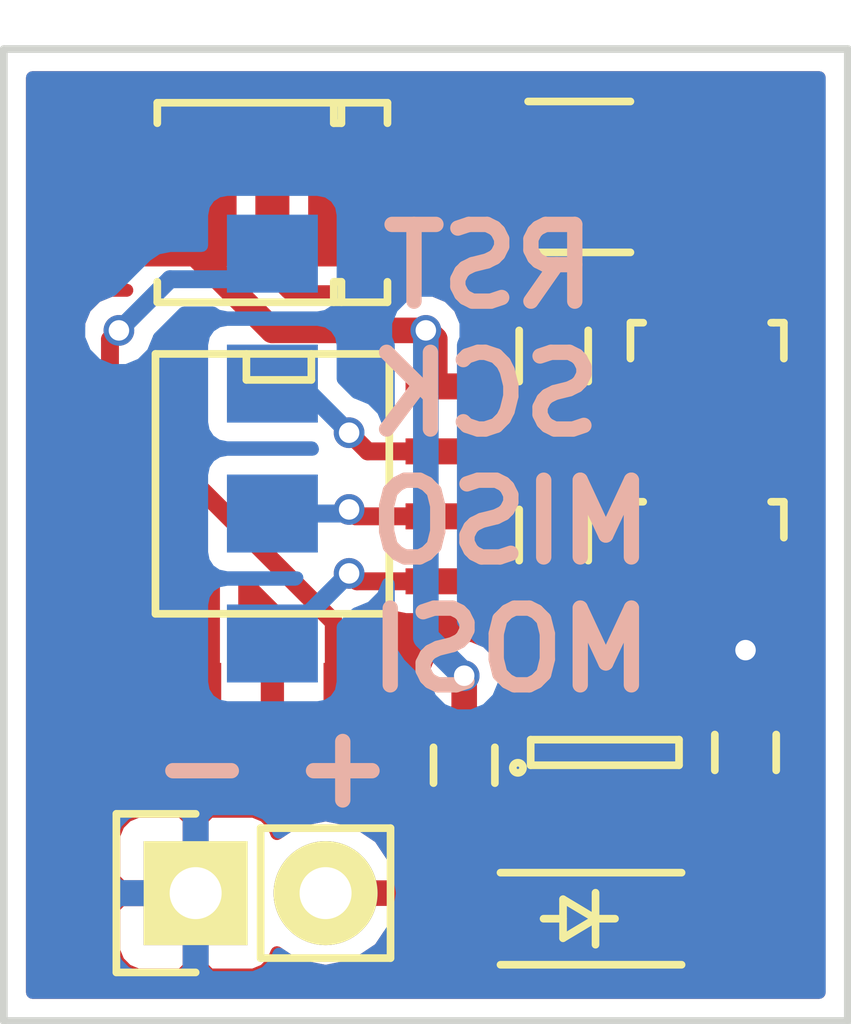
<source format=kicad_pcb>
(kicad_pcb (version 4) (host pcbnew 4.0.1-stable)

  (general
    (links 26)
    (no_connects 0)
    (area 96.427381 98.875 117.375 122.503571)
    (thickness 1.6)
    (drawings 10)
    (tracks 78)
    (zones 0)
    (modules 14)
    (nets 17)
  )

  (page A4)
  (layers
    (0 F.Cu signal hide)
    (31 B.Cu signal)
    (32 B.Adhes user)
    (33 F.Adhes user)
    (34 B.Paste user)
    (35 F.Paste user)
    (36 B.SilkS user)
    (37 F.SilkS user)
    (38 B.Mask user)
    (39 F.Mask user)
    (40 Dwgs.User user)
    (41 Cmts.User user)
    (42 Eco1.User user)
    (43 Eco2.User user)
    (44 Edge.Cuts user)
    (45 Margin user)
    (46 B.CrtYd user)
    (47 F.CrtYd user)
    (48 B.Fab user)
    (49 F.Fab user)
  )

  (setup
    (last_trace_width 0.35)
    (trace_clearance 0.2)
    (zone_clearance 0.358)
    (zone_45_only no)
    (trace_min 0.2)
    (segment_width 0.2)
    (edge_width 0.15)
    (via_size 0.6)
    (via_drill 0.4)
    (via_min_size 0.4)
    (via_min_drill 0.3)
    (uvia_size 0.3)
    (uvia_drill 0.1)
    (uvias_allowed no)
    (uvia_min_size 0.2)
    (uvia_min_drill 0.1)
    (pcb_text_width 0.3)
    (pcb_text_size 1.5 1.5)
    (mod_edge_width 0.15)
    (mod_text_size 1 1)
    (mod_text_width 0.15)
    (pad_size 1.524 1.524)
    (pad_drill 0.762)
    (pad_to_mask_clearance 0.2)
    (aux_axis_origin 0 0)
    (visible_elements 7FFEFFFF)
    (pcbplotparams
      (layerselection 0x00030_80000001)
      (usegerberextensions false)
      (excludeedgelayer true)
      (linewidth 0.100000)
      (plotframeref false)
      (viasonmask false)
      (mode 1)
      (useauxorigin false)
      (hpglpennumber 1)
      (hpglpenspeed 20)
      (hpglpendiameter 15)
      (hpglpenoverlay 2)
      (psnegative false)
      (psa4output false)
      (plotreference true)
      (plotvalue true)
      (plotinvisibletext false)
      (padsonsilk false)
      (subtractmaskfromsilk false)
      (outputformat 1)
      (mirror false)
      (drillshape 1)
      (scaleselection 1)
      (outputdirectory ""))
  )

  (net 0 "")
  (net 1 +5V)
  (net 2 "Net-(D1-Pad1)")
  (net 3 PB2)
  (net 4 PB1)
  (net 5 GND)
  (net 6 "Net-(IC1-Pad3)")
  (net 7 "Net-(IC1-Pad2)")
  (net 8 "Net-(Q1-Pad1)")
  (net 9 "Net-(Q1-Pad2)")
  (net 10 "Net-(Q1-Pad3)")
  (net 11 "Net-(Q2-Pad1)")
  (net 12 "Net-(D2-Pad2)")
  (net 13 "Net-(C1-Pad1)")
  (net 14 PB0)
  (net 15 PB5)
  (net 16 "Net-(U1-Pad4)")

  (net_class Default "This is the default net class."
    (clearance 0.2)
    (trace_width 0.35)
    (via_dia 0.6)
    (via_drill 0.4)
    (uvia_dia 0.3)
    (uvia_drill 0.1)
    (add_net GND)
    (add_net "Net-(IC1-Pad2)")
    (add_net "Net-(IC1-Pad3)")
    (add_net "Net-(Q1-Pad1)")
    (add_net "Net-(Q2-Pad1)")
    (add_net "Net-(U1-Pad4)")
    (add_net PB0)
    (add_net PB1)
    (add_net PB2)
    (add_net PB5)
  )

  (net_class 5v ""
    (clearance 0.2)
    (trace_width 0.5)
    (via_dia 0.6)
    (via_drill 0.4)
    (uvia_dia 0.3)
    (uvia_drill 0.1)
    (add_net +5V)
  )

  (net_class d ""
    (clearance 0.2)
    (trace_width 0.5)
    (via_dia 0.6)
    (via_drill 0.4)
    (uvia_dia 0.3)
    (uvia_drill 0.1)
    (add_net "Net-(C1-Pad1)")
    (add_net "Net-(D2-Pad2)")
    (add_net "Net-(Q1-Pad2)")
  )

  (net_class e ""
    (clearance 0.2)
    (trace_width 0.75)
    (via_dia 0.6)
    (via_drill 0.4)
    (uvia_dia 0.3)
    (uvia_drill 0.1)
    (add_net "Net-(D1-Pad1)")
    (add_net "Net-(Q1-Pad3)")
  )

  (net_class gndplane ""
    (clearance 0.1)
    (trace_width 0.25)
    (via_dia 0.6)
    (via_drill 0.4)
    (uvia_dia 0.3)
    (uvia_drill 0.1)
  )

  (module Diodes_SMD:DO-214BA (layer F.Cu) (tedit 5776A862) (tstamp 57769011)
    (at 105.25 103 180)
    (descr "Microsemi LSM115J")
    (tags "DO-214BA diode")
    (path /57767E62)
    (attr smd)
    (fp_text reference D1 (at 0 2 180) (layer F.SilkS) hide
      (effects (font (size 1 1) (thickness 0.15)))
    )
    (fp_text value LED (at 0 3 180) (layer F.Fab)
      (effects (font (size 1 1) (thickness 0.15)))
    )
    (fp_line (start -3 -2.25) (end 3 -2.25) (layer F.CrtYd) (width 0.05))
    (fp_line (start 3 -2.25) (end 3 2.25) (layer F.CrtYd) (width 0.05))
    (fp_line (start 3 2.25) (end -3 2.25) (layer F.CrtYd) (width 0.05))
    (fp_line (start -3 2.25) (end -3 -2.25) (layer F.CrtYd) (width 0.05))
    (fp_line (start -2.25 -1.95) (end -2.25 -1.55) (layer F.SilkS) (width 0.15))
    (fp_line (start -2.25 1.95) (end -2.25 1.55) (layer F.SilkS) (width 0.15))
    (fp_line (start 2.25 1.95) (end 2.25 1.55) (layer F.SilkS) (width 0.15))
    (fp_line (start 2.25 -1.95) (end 2.25 -1.55) (layer F.SilkS) (width 0.15))
    (fp_line (start -1.35 1.95) (end -1.35 1.55) (layer F.SilkS) (width 0.15))
    (fp_line (start -1.35 1.55) (end -1.2 1.55) (layer F.SilkS) (width 0.15))
    (fp_line (start -1.2 1.55) (end -1.2 1.95) (layer F.SilkS) (width 0.15))
    (fp_line (start -1.35 -1.95) (end -1.35 -1.55) (layer F.SilkS) (width 0.15))
    (fp_line (start -1.35 -1.55) (end -1.2 -1.55) (layer F.SilkS) (width 0.15))
    (fp_line (start -1.2 -1.55) (end -1.2 -1.95) (layer F.SilkS) (width 0.15))
    (fp_line (start -2.25 -1.95) (end 2.25 -1.95) (layer F.SilkS) (width 0.15))
    (fp_line (start 2.25 1.95) (end -2.25 1.95) (layer F.SilkS) (width 0.15))
    (pad 2 smd rect (at 1.7 0 180) (size 2 2.5) (layers F.Cu F.Paste F.Mask)
      (net 1 +5V))
    (pad 1 smd rect (at -1.7 0 180) (size 2 2.5) (layers F.Cu F.Paste F.Mask)
      (net 2 "Net-(D1-Pad1)"))
  )

  (module SMD_Packages:SOIC-8-N (layer F.Cu) (tedit 578DD95D) (tstamp 5776901D)
    (at 105.25 108.5 270)
    (descr "Module Narrow CMS SOJ 8 pins large")
    (tags "CMS SOJ")
    (path /57767CFC)
    (attr smd)
    (fp_text reference IC1 (at -3 0 360) (layer F.SilkS) hide
      (effects (font (size 1 1) (thickness 0.15)))
    )
    (fp_text value ATTINY85-S (at 0 1.27 270) (layer F.Fab)
      (effects (font (size 1 1) (thickness 0.15)))
    )
    (fp_line (start -2.54 -2.286) (end 2.54 -2.286) (layer F.SilkS) (width 0.15))
    (fp_line (start 2.54 -2.286) (end 2.54 2.286) (layer F.SilkS) (width 0.15))
    (fp_line (start 2.54 2.286) (end -2.54 2.286) (layer F.SilkS) (width 0.15))
    (fp_line (start -2.54 2.286) (end -2.54 -2.286) (layer F.SilkS) (width 0.15))
    (fp_line (start -2.54 -0.762) (end -2.032 -0.762) (layer F.SilkS) (width 0.15))
    (fp_line (start -2.032 -0.762) (end -2.032 0.508) (layer F.SilkS) (width 0.15))
    (fp_line (start -2.032 0.508) (end -2.54 0.508) (layer F.SilkS) (width 0.15))
    (pad 8 smd rect (at -1.905 -3.175 270) (size 0.508 1.143) (layers F.Cu F.Paste F.Mask)
      (net 1 +5V))
    (pad 7 smd rect (at -0.635 -3.175 270) (size 0.508 1.143) (layers F.Cu F.Paste F.Mask)
      (net 3 PB2))
    (pad 6 smd rect (at 0.635 -3.175 270) (size 0.508 1.143) (layers F.Cu F.Paste F.Mask)
      (net 4 PB1))
    (pad 5 smd rect (at 1.905 -3.175 270) (size 0.508 1.143) (layers F.Cu F.Paste F.Mask)
      (net 14 PB0))
    (pad 4 smd rect (at 1.905 3.175 270) (size 0.508 1.143) (layers F.Cu F.Paste F.Mask)
      (net 5 GND))
    (pad 3 smd rect (at 0.635 3.175 270) (size 0.508 1.143) (layers F.Cu F.Paste F.Mask)
      (net 6 "Net-(IC1-Pad3)"))
    (pad 2 smd rect (at -0.635 3.175 270) (size 0.508 1.143) (layers F.Cu F.Paste F.Mask)
      (net 7 "Net-(IC1-Pad2)"))
    (pad 1 smd rect (at -1.905 3.175 270) (size 0.508 1.143) (layers F.Cu F.Paste F.Mask)
      (net 15 PB5))
    (model SMD_Packages.3dshapes/SOIC-8-N.wrl
      (at (xyz 0 0 0))
      (scale (xyz 0.5 0.38 0.5))
      (rotate (xyz 0 0 0))
    )
  )

  (module TO_SOT_Packages_SMD:SOT-23 (layer F.Cu) (tedit 5776A882) (tstamp 57769024)
    (at 113.75 106)
    (descr "SOT-23, Standard")
    (tags SOT-23)
    (path /57767EE5)
    (attr smd)
    (fp_text reference Q1 (at 2 -1) (layer F.SilkS) hide
      (effects (font (size 1 1) (thickness 0.15)))
    )
    (fp_text value BSS138 (at 0 0) (layer F.Fab)
      (effects (font (size 1 1) (thickness 0.15)))
    )
    (fp_line (start -1.65 -1.6) (end 1.65 -1.6) (layer F.CrtYd) (width 0.05))
    (fp_line (start 1.65 -1.6) (end 1.65 1.6) (layer F.CrtYd) (width 0.05))
    (fp_line (start 1.65 1.6) (end -1.65 1.6) (layer F.CrtYd) (width 0.05))
    (fp_line (start -1.65 1.6) (end -1.65 -1.6) (layer F.CrtYd) (width 0.05))
    (fp_line (start 1.29916 -0.65024) (end 1.2509 -0.65024) (layer F.SilkS) (width 0.15))
    (fp_line (start -1.49982 0.0508) (end -1.49982 -0.65024) (layer F.SilkS) (width 0.15))
    (fp_line (start -1.49982 -0.65024) (end -1.2509 -0.65024) (layer F.SilkS) (width 0.15))
    (fp_line (start 1.29916 -0.65024) (end 1.49982 -0.65024) (layer F.SilkS) (width 0.15))
    (fp_line (start 1.49982 -0.65024) (end 1.49982 0.0508) (layer F.SilkS) (width 0.15))
    (pad 1 smd rect (at -0.95 1.00076) (size 0.8001 0.8001) (layers F.Cu F.Paste F.Mask)
      (net 8 "Net-(Q1-Pad1)"))
    (pad 2 smd rect (at 0.95 1.00076) (size 0.8001 0.8001) (layers F.Cu F.Paste F.Mask)
      (net 9 "Net-(Q1-Pad2)"))
    (pad 3 smd rect (at 0 -0.99822) (size 0.8001 0.8001) (layers F.Cu F.Paste F.Mask)
      (net 10 "Net-(Q1-Pad3)"))
    (model TO_SOT_Packages_SMD.3dshapes/SOT-23.wrl
      (at (xyz 0 0 0))
      (scale (xyz 1 1 1))
      (rotate (xyz 0 0 0))
    )
  )

  (module TO_SOT_Packages_SMD:SOT-23 (layer F.Cu) (tedit 5776A88B) (tstamp 5776902B)
    (at 113.75 109.5)
    (descr "SOT-23, Standard")
    (tags SOT-23)
    (path /57767F40)
    (attr smd)
    (fp_text reference Q2 (at 2 -0.5) (layer F.SilkS) hide
      (effects (font (size 1 1) (thickness 0.15)))
    )
    (fp_text value BSS138 (at 0 0) (layer F.Fab)
      (effects (font (size 1 1) (thickness 0.15)))
    )
    (fp_line (start -1.65 -1.6) (end 1.65 -1.6) (layer F.CrtYd) (width 0.05))
    (fp_line (start 1.65 -1.6) (end 1.65 1.6) (layer F.CrtYd) (width 0.05))
    (fp_line (start 1.65 1.6) (end -1.65 1.6) (layer F.CrtYd) (width 0.05))
    (fp_line (start -1.65 1.6) (end -1.65 -1.6) (layer F.CrtYd) (width 0.05))
    (fp_line (start 1.29916 -0.65024) (end 1.2509 -0.65024) (layer F.SilkS) (width 0.15))
    (fp_line (start -1.49982 0.0508) (end -1.49982 -0.65024) (layer F.SilkS) (width 0.15))
    (fp_line (start -1.49982 -0.65024) (end -1.2509 -0.65024) (layer F.SilkS) (width 0.15))
    (fp_line (start 1.29916 -0.65024) (end 1.49982 -0.65024) (layer F.SilkS) (width 0.15))
    (fp_line (start 1.49982 -0.65024) (end 1.49982 0.0508) (layer F.SilkS) (width 0.15))
    (pad 1 smd rect (at -0.95 1.00076) (size 0.8001 0.8001) (layers F.Cu F.Paste F.Mask)
      (net 11 "Net-(Q2-Pad1)"))
    (pad 2 smd rect (at 0.95 1.00076) (size 0.8001 0.8001) (layers F.Cu F.Paste F.Mask)
      (net 5 GND))
    (pad 3 smd rect (at 0 -0.99822) (size 0.8001 0.8001) (layers F.Cu F.Paste F.Mask)
      (net 9 "Net-(Q1-Pad2)"))
    (model TO_SOT_Packages_SMD.3dshapes/SOT-23.wrl
      (at (xyz 0 0 0))
      (scale (xyz 1 1 1))
      (rotate (xyz 0 0 0))
    )
  )

  (module Resistors_SMD:R_0603 (layer F.Cu) (tedit 578DD951) (tstamp 57769031)
    (at 110.75 106 270)
    (descr "Resistor SMD 0603, reflow soldering, Vishay (see dcrcw.pdf)")
    (tags "resistor 0603")
    (path /57768A5B)
    (attr smd)
    (fp_text reference R1 (at 0 -1 270) (layer F.SilkS) hide
      (effects (font (size 1 1) (thickness 0.15)))
    )
    (fp_text value R (at -1 3 270) (layer F.Fab)
      (effects (font (size 1 1) (thickness 0.15)))
    )
    (fp_line (start -1.3 -0.8) (end 1.3 -0.8) (layer F.CrtYd) (width 0.05))
    (fp_line (start -1.3 0.8) (end 1.3 0.8) (layer F.CrtYd) (width 0.05))
    (fp_line (start -1.3 -0.8) (end -1.3 0.8) (layer F.CrtYd) (width 0.05))
    (fp_line (start 1.3 -0.8) (end 1.3 0.8) (layer F.CrtYd) (width 0.05))
    (fp_line (start 0.5 0.675) (end -0.5 0.675) (layer F.SilkS) (width 0.15))
    (fp_line (start -0.5 -0.675) (end 0.5 -0.675) (layer F.SilkS) (width 0.15))
    (pad 1 smd rect (at -0.75 0 270) (size 0.5 0.9) (layers F.Cu F.Paste F.Mask)
      (net 8 "Net-(Q1-Pad1)"))
    (pad 2 smd rect (at 0.75 0 270) (size 0.5 0.9) (layers F.Cu F.Paste F.Mask)
      (net 3 PB2))
    (model Resistors_SMD.3dshapes/R_0603.wrl
      (at (xyz 0 0 0))
      (scale (xyz 1 1 1))
      (rotate (xyz 0 0 0))
    )
  )

  (module Resistors_SMD:R_0603 (layer F.Cu) (tedit 5776A892) (tstamp 57769037)
    (at 110.75 109.5 90)
    (descr "Resistor SMD 0603, reflow soldering, Vishay (see dcrcw.pdf)")
    (tags "resistor 0603")
    (path /57768AA8)
    (attr smd)
    (fp_text reference R2 (at 0 1 90) (layer F.SilkS) hide
      (effects (font (size 1 1) (thickness 0.15)))
    )
    (fp_text value R (at 0 0 90) (layer F.Fab)
      (effects (font (size 1 1) (thickness 0.15)))
    )
    (fp_line (start -1.3 -0.8) (end 1.3 -0.8) (layer F.CrtYd) (width 0.05))
    (fp_line (start -1.3 0.8) (end 1.3 0.8) (layer F.CrtYd) (width 0.05))
    (fp_line (start -1.3 -0.8) (end -1.3 0.8) (layer F.CrtYd) (width 0.05))
    (fp_line (start 1.3 -0.8) (end 1.3 0.8) (layer F.CrtYd) (width 0.05))
    (fp_line (start 0.5 0.675) (end -0.5 0.675) (layer F.SilkS) (width 0.15))
    (fp_line (start -0.5 -0.675) (end 0.5 -0.675) (layer F.SilkS) (width 0.15))
    (pad 1 smd rect (at -0.75 0 90) (size 0.5 0.9) (layers F.Cu F.Paste F.Mask)
      (net 4 PB1))
    (pad 2 smd rect (at 0.75 0 90) (size 0.5 0.9) (layers F.Cu F.Paste F.Mask)
      (net 11 "Net-(Q2-Pad1)"))
    (model Resistors_SMD.3dshapes/R_0603.wrl
      (at (xyz 0 0 0))
      (scale (xyz 1 1 1))
      (rotate (xyz 0 0 0))
    )
  )

  (module Resistors_SMD:R_1210 (layer F.Cu) (tedit 5776A872) (tstamp 5776903D)
    (at 111.25 102.5)
    (descr "Resistor SMD 1210, reflow soldering, Vishay (see dcrcw.pdf)")
    (tags "resistor 1210")
    (path /57767FD1)
    (attr smd)
    (fp_text reference R3 (at 0 0) (layer F.SilkS) hide
      (effects (font (size 1 1) (thickness 0.15)))
    )
    (fp_text value R (at -1 3) (layer F.Fab)
      (effects (font (size 1 1) (thickness 0.15)))
    )
    (fp_line (start -2.2 -1.6) (end 2.2 -1.6) (layer F.CrtYd) (width 0.05))
    (fp_line (start -2.2 1.6) (end 2.2 1.6) (layer F.CrtYd) (width 0.05))
    (fp_line (start -2.2 -1.6) (end -2.2 1.6) (layer F.CrtYd) (width 0.05))
    (fp_line (start 2.2 -1.6) (end 2.2 1.6) (layer F.CrtYd) (width 0.05))
    (fp_line (start 1 1.475) (end -1 1.475) (layer F.SilkS) (width 0.15))
    (fp_line (start -1 -1.475) (end 1 -1.475) (layer F.SilkS) (width 0.15))
    (pad 1 smd rect (at -1.45 0) (size 0.9 2.5) (layers F.Cu F.Paste F.Mask)
      (net 2 "Net-(D1-Pad1)"))
    (pad 2 smd rect (at 1.45 0) (size 0.9 2.5) (layers F.Cu F.Paste F.Mask)
      (net 10 "Net-(Q1-Pad3)"))
    (model Resistors_SMD.3dshapes/R_1210.wrl
      (at (xyz 0 0 0))
      (scale (xyz 1 1 1))
      (rotate (xyz 0 0 0))
    )
  )

  (module myResonatorLib:myResonator (layer F.Cu) (tedit 5776A8A7) (tstamp 57769044)
    (at 105.25 113 180)
    (path /57768644)
    (fp_text reference X1 (at 2.5 0 180) (layer F.SilkS) hide
      (effects (font (size 1 1) (thickness 0.15)))
    )
    (fp_text value CRYSTAL_SMD (at 3.5 -1.5 180) (layer F.Fab)
      (effects (font (size 1 1) (thickness 0.15)))
    )
    (pad 2 smd rect (at 1.2 0 180) (size 0.4 2) (layers F.Cu F.Paste F.Mask)
      (net 6 "Net-(IC1-Pad3)"))
    (pad 3 smd rect (at 0 0 180) (size 0.4 2) (layers F.Cu F.Paste F.Mask)
      (net 5 GND))
    (pad 1 smd rect (at -1.2 0 180) (size 0.4 2) (layers F.Cu F.Paste F.Mask)
      (net 7 "Net-(IC1-Pad2)"))
  )

  (module Diodes_SMD:SOD-123 (layer F.Cu) (tedit 578DD92F) (tstamp 57769B37)
    (at 111.25 117 180)
    (descr SOD-123)
    (tags SOD-123)
    (path /57769488)
    (attr smd)
    (fp_text reference D2 (at -3.25 0 180) (layer F.SilkS) hide
      (effects (font (size 1 1) (thickness 0.15)))
    )
    (fp_text value D (at 0 0 180) (layer F.Fab)
      (effects (font (size 1 1) (thickness 0.15)))
    )
    (fp_line (start 0.3175 0) (end 0.6985 0) (layer F.SilkS) (width 0.15))
    (fp_line (start -0.6985 0) (end -0.3175 0) (layer F.SilkS) (width 0.15))
    (fp_line (start -0.3175 0) (end 0.3175 -0.381) (layer F.SilkS) (width 0.15))
    (fp_line (start 0.3175 -0.381) (end 0.3175 0.381) (layer F.SilkS) (width 0.15))
    (fp_line (start 0.3175 0.381) (end -0.3175 0) (layer F.SilkS) (width 0.15))
    (fp_line (start -0.3175 -0.508) (end -0.3175 0.508) (layer F.SilkS) (width 0.15))
    (fp_line (start -2.25 -1.05) (end 2.25 -1.05) (layer F.CrtYd) (width 0.05))
    (fp_line (start 2.25 -1.05) (end 2.25 1.05) (layer F.CrtYd) (width 0.05))
    (fp_line (start 2.25 1.05) (end -2.25 1.05) (layer F.CrtYd) (width 0.05))
    (fp_line (start -2.25 -1.05) (end -2.25 1.05) (layer F.CrtYd) (width 0.05))
    (fp_line (start -2 0.9) (end 1.54 0.9) (layer F.SilkS) (width 0.15))
    (fp_line (start -2 -0.9) (end 1.54 -0.9) (layer F.SilkS) (width 0.15))
    (pad 1 smd rect (at -1.635 0 180) (size 0.91 1.22) (layers F.Cu F.Paste F.Mask)
      (net 13 "Net-(C1-Pad1)"))
    (pad 2 smd rect (at 1.635 0 180) (size 0.91 1.22) (layers F.Cu F.Paste F.Mask)
      (net 12 "Net-(D2-Pad2)"))
  )

  (module Pin_Headers:Pin_Header_Straight_1x02 (layer F.Cu) (tedit 578DD92A) (tstamp 57769B3D)
    (at 103.75 116.5 90)
    (descr "Through hole pin header")
    (tags "pin header")
    (path /5776943D)
    (fp_text reference P1 (at 0 -2.5 180) (layer F.SilkS) hide
      (effects (font (size 1 1) (thickness 0.15)))
    )
    (fp_text value CONN_01X02 (at 2 3.5 180) (layer F.Fab)
      (effects (font (size 1 1) (thickness 0.15)))
    )
    (fp_line (start 1.27 1.27) (end 1.27 3.81) (layer F.SilkS) (width 0.15))
    (fp_line (start 1.55 -1.55) (end 1.55 0) (layer F.SilkS) (width 0.15))
    (fp_line (start -1.75 -1.75) (end -1.75 4.3) (layer F.CrtYd) (width 0.05))
    (fp_line (start 1.75 -1.75) (end 1.75 4.3) (layer F.CrtYd) (width 0.05))
    (fp_line (start -1.75 -1.75) (end 1.75 -1.75) (layer F.CrtYd) (width 0.05))
    (fp_line (start -1.75 4.3) (end 1.75 4.3) (layer F.CrtYd) (width 0.05))
    (fp_line (start 1.27 1.27) (end -1.27 1.27) (layer F.SilkS) (width 0.15))
    (fp_line (start -1.55 0) (end -1.55 -1.55) (layer F.SilkS) (width 0.15))
    (fp_line (start -1.55 -1.55) (end 1.55 -1.55) (layer F.SilkS) (width 0.15))
    (fp_line (start -1.27 1.27) (end -1.27 3.81) (layer F.SilkS) (width 0.15))
    (fp_line (start -1.27 3.81) (end 1.27 3.81) (layer F.SilkS) (width 0.15))
    (pad 1 thru_hole rect (at 0 0 90) (size 2.032 2.032) (drill 1.016) (layers *.Cu *.Mask F.SilkS)
      (net 5 GND))
    (pad 2 thru_hole oval (at 0 2.54 90) (size 2.032 2.032) (drill 1.016) (layers *.Cu *.Mask F.SilkS)
      (net 12 "Net-(D2-Pad2)"))
    (model Pin_Headers.3dshapes/Pin_Header_Straight_1x02.wrl
      (at (xyz 0 -0.05 0))
      (scale (xyz 1 1 1))
      (rotate (xyz 0 0 90))
    )
  )

  (module Capacitors_SMD:C_0603 (layer F.Cu) (tedit 578DD935) (tstamp 5776A46C)
    (at 114.5 113.75 90)
    (descr "Capacitor SMD 0603, reflow soldering, AVX (see smccp.pdf)")
    (tags "capacitor 0603")
    (path /5776A425)
    (attr smd)
    (fp_text reference C1 (at -1.75 1.25 90) (layer F.SilkS) hide
      (effects (font (size 1 1) (thickness 0.15)))
    )
    (fp_text value .1u (at 0 1.9 90) (layer F.Fab)
      (effects (font (size 1 1) (thickness 0.15)))
    )
    (fp_line (start -1.45 -0.75) (end 1.45 -0.75) (layer F.CrtYd) (width 0.05))
    (fp_line (start -1.45 0.75) (end 1.45 0.75) (layer F.CrtYd) (width 0.05))
    (fp_line (start -1.45 -0.75) (end -1.45 0.75) (layer F.CrtYd) (width 0.05))
    (fp_line (start 1.45 -0.75) (end 1.45 0.75) (layer F.CrtYd) (width 0.05))
    (fp_line (start -0.35 -0.6) (end 0.35 -0.6) (layer F.SilkS) (width 0.15))
    (fp_line (start 0.35 0.6) (end -0.35 0.6) (layer F.SilkS) (width 0.15))
    (pad 1 smd rect (at -0.75 0 90) (size 0.8 0.75) (layers F.Cu F.Paste F.Mask)
      (net 13 "Net-(C1-Pad1)"))
    (pad 2 smd rect (at 0.75 0 90) (size 0.8 0.75) (layers F.Cu F.Paste F.Mask)
      (net 5 GND))
    (model Capacitors_SMD.3dshapes/C_0603.wrl
      (at (xyz 0 0 0))
      (scale (xyz 1 1 1))
      (rotate (xyz 0 0 0))
    )
  )

  (module Capacitors_SMD:C_0603 (layer F.Cu) (tedit 578DD93C) (tstamp 578DBA26)
    (at 109 114 270)
    (descr "Capacitor SMD 0603, reflow soldering, AVX (see smccp.pdf)")
    (tags "capacitor 0603")
    (path /578DC68D)
    (attr smd)
    (fp_text reference C2 (at -0.25 1.25 270) (layer F.SilkS) hide
      (effects (font (size 1 1) (thickness 0.15)))
    )
    (fp_text value .1u (at 0 1.9 270) (layer F.Fab)
      (effects (font (size 1 1) (thickness 0.15)))
    )
    (fp_line (start -1.45 -0.75) (end 1.45 -0.75) (layer F.CrtYd) (width 0.05))
    (fp_line (start -1.45 0.75) (end 1.45 0.75) (layer F.CrtYd) (width 0.05))
    (fp_line (start -1.45 -0.75) (end -1.45 0.75) (layer F.CrtYd) (width 0.05))
    (fp_line (start 1.45 -0.75) (end 1.45 0.75) (layer F.CrtYd) (width 0.05))
    (fp_line (start -0.35 -0.6) (end 0.35 -0.6) (layer F.SilkS) (width 0.15))
    (fp_line (start 0.35 0.6) (end -0.35 0.6) (layer F.SilkS) (width 0.15))
    (pad 1 smd rect (at -0.75 0 270) (size 0.8 0.75) (layers F.Cu F.Paste F.Mask)
      (net 1 +5V))
    (pad 2 smd rect (at 0.75 0 270) (size 0.8 0.75) (layers F.Cu F.Paste F.Mask)
      (net 5 GND))
    (model Capacitors_SMD.3dshapes/C_0603.wrl
      (at (xyz 0 0 0))
      (scale (xyz 1 1 1))
      (rotate (xyz 0 0 0))
    )
  )

  (module TO_SOT_Packages_SMD:SOT-23-5 (layer F.Cu) (tedit 578DD947) (tstamp 578DBA2F)
    (at 111.75 113.75 90)
    (descr "5-pin SOT23 package")
    (tags SOT-23-5)
    (path /578DBE15)
    (attr smd)
    (fp_text reference U1 (at 2.25 -1 180) (layer F.SilkS) hide
      (effects (font (size 1 1) (thickness 0.15)))
    )
    (fp_text value APE8865Y5-33-HF-3 (at -0.05 2.35 90) (layer F.Fab)
      (effects (font (size 1 1) (thickness 0.15)))
    )
    (fp_line (start -1.8 -1.6) (end 1.8 -1.6) (layer F.CrtYd) (width 0.05))
    (fp_line (start 1.8 -1.6) (end 1.8 1.6) (layer F.CrtYd) (width 0.05))
    (fp_line (start 1.8 1.6) (end -1.8 1.6) (layer F.CrtYd) (width 0.05))
    (fp_line (start -1.8 1.6) (end -1.8 -1.6) (layer F.CrtYd) (width 0.05))
    (fp_circle (center -0.3 -1.7) (end -0.2 -1.7) (layer F.SilkS) (width 0.15))
    (fp_line (start 0.25 -1.45) (end -0.25 -1.45) (layer F.SilkS) (width 0.15))
    (fp_line (start 0.25 1.45) (end 0.25 -1.45) (layer F.SilkS) (width 0.15))
    (fp_line (start -0.25 1.45) (end 0.25 1.45) (layer F.SilkS) (width 0.15))
    (fp_line (start -0.25 -1.45) (end -0.25 1.45) (layer F.SilkS) (width 0.15))
    (pad 1 smd rect (at -1.1 -0.95 90) (size 1.06 0.65) (layers F.Cu F.Paste F.Mask)
      (net 13 "Net-(C1-Pad1)"))
    (pad 2 smd rect (at -1.1 0 90) (size 1.06 0.65) (layers F.Cu F.Paste F.Mask)
      (net 5 GND))
    (pad 3 smd rect (at -1.1 0.95 90) (size 1.06 0.65) (layers F.Cu F.Paste F.Mask)
      (net 13 "Net-(C1-Pad1)"))
    (pad 4 smd rect (at 1.1 0.95 90) (size 1.06 0.65) (layers F.Cu F.Paste F.Mask)
      (net 16 "Net-(U1-Pad4)"))
    (pad 5 smd rect (at 1.1 -0.95 90) (size 1.06 0.65) (layers F.Cu F.Paste F.Mask)
      (net 1 +5V))
    (model TO_SOT_Packages_SMD.3dshapes/SOT-23-5.wrl
      (at (xyz 0 0 0))
      (scale (xyz 1 1 1))
      (rotate (xyz 0 0 0))
    )
  )

  (module myResonatorLib:conn4 (layer B.Cu) (tedit 578DD89E) (tstamp 578DBE99)
    (at 105.25 104 270)
    (path /578DB689)
    (fp_text reference P2 (at 2.5 1.75 270) (layer B.SilkS) hide
      (effects (font (size 1 1) (thickness 0.15)) (justify mirror))
    )
    (fp_text value CONN_01X04 (at 0 0.5 270) (layer B.Fab)
      (effects (font (size 1 1) (thickness 0.15)) (justify mirror))
    )
    (pad 1 smd rect (at 0 0 270) (size 1.524 1.778) (layers B.Cu B.Paste B.Mask)
      (net 15 PB5))
    (pad 2 smd rect (at 2.54 0 270) (size 1.524 1.778) (layers B.Cu B.Paste B.Mask)
      (net 3 PB2))
    (pad 3 smd rect (at 5.08 0 270) (size 1.524 1.778) (layers B.Cu B.Paste B.Mask)
      (net 4 PB1))
    (pad 4 smd rect (at 7.62 0 270) (size 1.524 1.778) (layers B.Cu B.Paste B.Mask)
      (net 14 PB0))
  )

  (gr_text - (at 102.75 114) (layer B.SilkS)
    (effects (font (size 1.5 1.5) (thickness 0.3)) (justify right mirror))
  )
  (gr_text + (at 105.5 114) (layer B.SilkS)
    (effects (font (size 1.5 1.5) (thickness 0.3)) (justify right mirror))
  )
  (gr_text MOSI (at 107 111.75) (layer B.SilkS)
    (effects (font (size 1.5 1.5) (thickness 0.3)) (justify right mirror))
  )
  (gr_text MISO (at 107 109.25) (layer B.SilkS)
    (effects (font (size 1.5 1.5) (thickness 0.3)) (justify right mirror))
  )
  (gr_text SCK (at 107 106.75) (layer B.SilkS)
    (effects (font (size 1.5 1.5) (thickness 0.3)) (justify right mirror))
  )
  (gr_text RST (at 107.25 104.25) (layer B.SilkS)
    (effects (font (size 1.5 1.5) (thickness 0.3)) (justify right mirror))
  )
  (gr_line (start 100 119) (end 100 100) (angle 90) (layer Edge.Cuts) (width 0.15))
  (gr_line (start 116.5 119) (end 100 119) (angle 90) (layer Edge.Cuts) (width 0.15))
  (gr_line (start 116.5 100) (end 116.5 119) (angle 90) (layer Edge.Cuts) (width 0.15))
  (gr_line (start 100 100) (end 116.5 100) (angle 90) (layer Edge.Cuts) (width 0.15))

  (segment (start 108.425 106.595) (end 108.425 105.675) (width 0.5) (layer F.Cu) (net 1) (status 10))
  (segment (start 108.425 105.675) (end 108.25 105.5) (width 0.5) (layer F.Cu) (net 1) (tstamp 578DCDC3))
  (segment (start 109 113.25) (end 109 112.25) (width 0.5) (layer F.Cu) (net 1) (status 10))
  (segment (start 110.8 112.65) (end 110.35 112.65) (width 0.5) (layer F.Cu) (net 1) (status 10))
  (segment (start 109.75 113.25) (end 109 113.25) (width 0.5) (layer F.Cu) (net 1) (tstamp 578DCC43) (status 20))
  (segment (start 110.35 112.65) (end 109.75 113.25) (width 0.5) (layer F.Cu) (net 1) (tstamp 578DCC41))
  (via (at 108.25 105.5) (size 0.6) (drill 0.4) (layers F.Cu B.Cu) (net 1))
  (via (at 109 112.25) (size 0.6) (drill 0.4) (layers F.Cu B.Cu) (net 1))
  (segment (start 109 112.25) (end 108.25 111.5) (width 0.5) (layer B.Cu) (net 1) (tstamp 578DC4A7))
  (segment (start 108.25 111.5) (end 108.25 105.5) (width 0.5) (layer B.Cu) (net 1) (tstamp 578DC4A8))
  (segment (start 105.25 105.5) (end 108.25 105.5) (width 0.5) (layer F.Cu) (net 1) (tstamp 578DC0DD))
  (segment (start 103.55 103.8) (end 105.25 105.5) (width 0.5) (layer F.Cu) (net 1) (tstamp 578DC0D9) (status 10))
  (segment (start 103.55 103) (end 103.55 103.8) (width 0.5) (layer F.Cu) (net 1) (status 30))
  (segment (start 109.8 102.5) (end 107.45 102.5) (width 0.75) (layer F.Cu) (net 2) (status 30))
  (segment (start 107.45 102.5) (end 106.95 103) (width 0.75) (layer F.Cu) (net 2) (tstamp 578DC085) (status 30))
  (segment (start 110.75 106.75) (end 110.5 106.75) (width 0.35) (layer F.Cu) (net 3) (status 30))
  (segment (start 110.5 106.75) (end 109.385 107.865) (width 0.35) (layer F.Cu) (net 3) (tstamp 578DC00F) (status 10))
  (segment (start 109.385 107.865) (end 108.425 107.865) (width 0.35) (layer F.Cu) (net 3) (tstamp 578DC010) (status 20))
  (segment (start 108.425 107.865) (end 107.115 107.865) (width 0.35) (layer F.Cu) (net 3) (status 10))
  (segment (start 106.75 107.5) (end 105.79 106.54) (width 0.35) (layer B.Cu) (net 3) (tstamp 578DBFD1) (status 20))
  (via (at 106.75 107.5) (size 0.6) (drill 0.4) (layers F.Cu B.Cu) (net 3))
  (segment (start 107.115 107.865) (end 106.75 107.5) (width 0.35) (layer F.Cu) (net 3) (tstamp 578DBFCA))
  (segment (start 105.79 106.54) (end 105.25 106.54) (width 0.35) (layer B.Cu) (net 3) (tstamp 578DBFD2) (status 30))
  (segment (start 110.75 110.25) (end 110.5 110.25) (width 0.35) (layer F.Cu) (net 4) (status 30))
  (segment (start 110.5 110.25) (end 109.385 109.135) (width 0.35) (layer F.Cu) (net 4) (tstamp 578DC00A) (status 10))
  (segment (start 109.385 109.135) (end 108.425 109.135) (width 0.35) (layer F.Cu) (net 4) (tstamp 578DC00B) (status 20))
  (segment (start 108.425 109.135) (end 106.885 109.135) (width 0.35) (layer F.Cu) (net 4) (status 10))
  (segment (start 106.67 109.08) (end 105.25 109.08) (width 0.35) (layer B.Cu) (net 4) (tstamp 578DBFC5) (status 20))
  (segment (start 106.75 109) (end 106.67 109.08) (width 0.35) (layer B.Cu) (net 4) (tstamp 578DBFC4))
  (via (at 106.75 109) (size 0.6) (drill 0.4) (layers F.Cu B.Cu) (net 4))
  (segment (start 106.885 109.135) (end 106.75 109) (width 0.35) (layer F.Cu) (net 4) (tstamp 578DBFC0))
  (segment (start 114.5 113) (end 114.5 111.75) (width 0.35) (layer F.Cu) (net 5) (status 10))
  (via (at 114.5 111.75) (size 0.6) (drill 0.4) (layers F.Cu B.Cu) (net 5))
  (segment (start 104.05 112.75) (end 104.05 110.3) (width 0.35) (layer F.Cu) (net 6) (status 10))
  (segment (start 102.885 109.135) (end 102.075 109.135) (width 0.35) (layer F.Cu) (net 6) (tstamp 578DBFB1) (status 20))
  (segment (start 104.05 110.3) (end 102.885 109.135) (width 0.35) (layer F.Cu) (net 6) (tstamp 578DBFB0))
  (segment (start 106.45 112.75) (end 106.45 111.2) (width 0.35) (layer F.Cu) (net 7) (status 10))
  (segment (start 103.115 107.865) (end 102.075 107.865) (width 0.35) (layer F.Cu) (net 7) (tstamp 578DBFB5) (status 20))
  (segment (start 106.45 111.2) (end 103.115 107.865) (width 0.35) (layer F.Cu) (net 7) (tstamp 578DBFB3))
  (segment (start 110.75 105.25) (end 111.75 105.25) (width 0.35) (layer F.Cu) (net 8) (status 10))
  (segment (start 112.8 106.55) (end 112.8 107.00076) (width 0.35) (layer F.Cu) (net 8) (tstamp 578DEBA5) (status 20))
  (segment (start 112.25 106) (end 112.8 106.55) (width 0.35) (layer F.Cu) (net 8) (tstamp 578DEBA3))
  (segment (start 112.25 105.75) (end 112.25 106) (width 0.35) (layer F.Cu) (net 8) (tstamp 578DEBA2))
  (segment (start 111.75 105.25) (end 112.25 105.75) (width 0.35) (layer F.Cu) (net 8) (tstamp 578DEB9C))
  (segment (start 113.75 108.50178) (end 113.75 108.5) (width 0.5) (layer F.Cu) (net 9) (status 30))
  (segment (start 113.75 108.5) (end 114.7 107.55) (width 0.5) (layer F.Cu) (net 9) (tstamp 578DC026) (status 10))
  (segment (start 114.7 107.55) (end 114.7 107.00076) (width 0.5) (layer F.Cu) (net 9) (tstamp 578DC028) (status 20))
  (segment (start 113.75 105.00178) (end 113.75 103.55) (width 0.75) (layer F.Cu) (net 10) (status 10))
  (segment (start 113.75 103.55) (end 112.7 102.5) (width 0.75) (layer F.Cu) (net 10) (tstamp 578DC07F) (status 20))
  (segment (start 110.75 108.75) (end 111.5 108.75) (width 0.35) (layer F.Cu) (net 11) (status 10))
  (segment (start 112.8 110.05) (end 112.8 110.50076) (width 0.35) (layer F.Cu) (net 11) (tstamp 578DC019) (status 20))
  (segment (start 111.5 108.75) (end 112.8 110.05) (width 0.35) (layer F.Cu) (net 11) (tstamp 578DC017))
  (segment (start 106.29 116.5) (end 107.75 116.5) (width 0.5) (layer F.Cu) (net 12) (status 10))
  (segment (start 108.25 117) (end 109.615 117) (width 0.5) (layer F.Cu) (net 12) (tstamp 578DC08F) (status 20))
  (segment (start 107.75 116.5) (end 108.25 117) (width 0.5) (layer F.Cu) (net 12) (tstamp 578DC08D))
  (segment (start 114.5 114.5) (end 114.25 114.5) (width 0.5) (layer F.Cu) (net 13) (status 30))
  (segment (start 114.25 114.5) (end 113.9 114.85) (width 0.5) (layer F.Cu) (net 13) (tstamp 578DEDD8) (status 10))
  (segment (start 113.9 114.85) (end 112.7 114.85) (width 0.5) (layer F.Cu) (net 13) (tstamp 578DEDDB) (status 20))
  (segment (start 110.8 114.85) (end 110.8 114.2) (width 0.5) (layer F.Cu) (net 13) (status 10))
  (segment (start 112.7 114.2) (end 112.7 114.85) (width 0.5) (layer F.Cu) (net 13) (tstamp 578DC4B3) (status 20))
  (segment (start 112.25 113.75) (end 112.7 114.2) (width 0.5) (layer F.Cu) (net 13) (tstamp 578DC4B1))
  (segment (start 111.25 113.75) (end 112.25 113.75) (width 0.5) (layer F.Cu) (net 13) (tstamp 578DC4B0))
  (segment (start 110.8 114.2) (end 111.25 113.75) (width 0.5) (layer F.Cu) (net 13) (tstamp 578DC4AE))
  (segment (start 112.885 117) (end 112.885 115.035) (width 0.5) (layer F.Cu) (net 13) (status 30))
  (segment (start 112.885 115.035) (end 112.7 114.85) (width 0.5) (layer F.Cu) (net 13) (tstamp 578DC4AC) (status 30))
  (segment (start 108.425 110.405) (end 106.905 110.405) (width 0.35) (layer F.Cu) (net 14) (status 10))
  (segment (start 106.75 110.25) (end 105.38 111.62) (width 0.35) (layer B.Cu) (net 14) (tstamp 578DF1C2) (status 20))
  (via (at 106.75 110.25) (size 0.6) (drill 0.4) (layers F.Cu B.Cu) (net 14))
  (segment (start 106.905 110.405) (end 106.75 110.25) (width 0.35) (layer F.Cu) (net 14) (tstamp 578DF1BB))
  (segment (start 105.38 111.62) (end 105.25 111.62) (width 0.35) (layer B.Cu) (net 14) (tstamp 578DF1C3) (status 30))
  (segment (start 105.63 111.62) (end 105.25 111.62) (width 0.35) (layer B.Cu) (net 14) (tstamp 578DBFBB) (status 30))
  (segment (start 102.075 106.595) (end 102.075 105.675) (width 0.35) (layer F.Cu) (net 15) (status 10))
  (segment (start 104.5 104.5) (end 105 104) (width 0.35) (layer B.Cu) (net 15) (tstamp 578DCD46) (status 30))
  (segment (start 103.25 104.5) (end 104.5 104.5) (width 0.35) (layer B.Cu) (net 15) (tstamp 578DCD41) (status 20))
  (segment (start 102.25 105.5) (end 103.25 104.5) (width 0.35) (layer B.Cu) (net 15) (tstamp 578DCD40))
  (via (at 102.25 105.5) (size 0.6) (drill 0.4) (layers F.Cu B.Cu) (net 15))
  (segment (start 102.075 105.675) (end 102.25 105.5) (width 0.35) (layer F.Cu) (net 15) (tstamp 578DCD3A))
  (segment (start 105 104) (end 105.25 104) (width 0.35) (layer B.Cu) (net 15) (tstamp 578DCD4B) (status 30))

  (zone (net 5) (net_name GND) (layer F.Cu) (tstamp 5776A320) (hatch edge 0.508)
    (connect_pads (clearance 0.358))
    (min_thickness 0.254)
    (fill yes (arc_segments 16) (thermal_gap 0.458) (thermal_bridge_width 0.508))
    (polygon
      (pts
        (xy 116.5 119) (xy 100 119) (xy 100 100) (xy 116.5 100) (xy 116.5 119)
      )
    )
    (filled_polygon
      (pts
        (xy 115.94 118.44) (xy 100.56 118.44) (xy 100.56 116.77325) (xy 102.149 116.77325) (xy 102.149 117.632364)
        (xy 102.238061 117.847376) (xy 102.402624 118.011939) (xy 102.617637 118.101) (xy 103.47675 118.101) (xy 103.623 117.95475)
        (xy 103.623 116.627) (xy 102.29525 116.627) (xy 102.149 116.77325) (xy 100.56 116.77325) (xy 100.56 115.367636)
        (xy 102.149 115.367636) (xy 102.149 116.22675) (xy 102.29525 116.373) (xy 103.623 116.373) (xy 103.623 115.04525)
        (xy 103.877 115.04525) (xy 103.877 116.373) (xy 103.897 116.373) (xy 103.897 116.627) (xy 103.877 116.627)
        (xy 103.877 117.95475) (xy 104.02325 118.101) (xy 104.882363 118.101) (xy 105.097376 118.011939) (xy 105.261939 117.847376)
        (xy 105.337967 117.663828) (xy 105.715592 117.916149) (xy 106.29 118.030406) (xy 106.864408 117.916149) (xy 107.351367 117.590773)
        (xy 107.531596 117.321042) (xy 107.730277 117.519724) (xy 107.898856 117.632364) (xy 107.968728 117.679051) (xy 108.25 117.735)
        (xy 108.68902 117.735) (xy 108.699318 117.78973) (xy 108.805538 117.954801) (xy 108.967611 118.065541) (xy 109.16 118.104501)
        (xy 110.07 118.104501) (xy 110.24973 118.070682) (xy 110.414801 117.964462) (xy 110.525541 117.802389) (xy 110.564501 117.61)
        (xy 110.564501 116.39) (xy 110.530682 116.21027) (xy 110.424462 116.045199) (xy 110.262389 115.934459) (xy 110.07 115.895499)
        (xy 109.16 115.895499) (xy 108.98027 115.929318) (xy 108.815199 116.035538) (xy 108.704459 116.197611) (xy 108.690812 116.265)
        (xy 108.554447 116.265) (xy 108.269723 115.980277) (xy 108.031272 115.820949) (xy 108.020217 115.81875) (xy 107.75 115.765)
        (xy 107.589087 115.765) (xy 107.351367 115.409227) (xy 106.864408 115.083851) (xy 106.559747 115.02325) (xy 108.04 115.02325)
        (xy 108.04 115.266364) (xy 108.129061 115.481376) (xy 108.293624 115.645939) (xy 108.508637 115.735) (xy 108.72675 115.735)
        (xy 108.873 115.58875) (xy 108.873 114.877) (xy 109.127 114.877) (xy 109.127 115.58875) (xy 109.27325 115.735)
        (xy 109.491363 115.735) (xy 109.706376 115.645939) (xy 109.870939 115.481376) (xy 109.96 115.266364) (xy 109.96 115.02325)
        (xy 109.81375 114.877) (xy 109.127 114.877) (xy 108.873 114.877) (xy 108.18625 114.877) (xy 108.04 115.02325)
        (xy 106.559747 115.02325) (xy 106.29 114.969594) (xy 105.715592 115.083851) (xy 105.337967 115.336172) (xy 105.261939 115.152624)
        (xy 105.097376 114.988061) (xy 104.882363 114.899) (xy 104.02325 114.899) (xy 103.877 115.04525) (xy 103.623 115.04525)
        (xy 103.47675 114.899) (xy 102.617637 114.899) (xy 102.402624 114.988061) (xy 102.238061 115.152624) (xy 102.149 115.367636)
        (xy 100.56 115.367636) (xy 100.56 110.67825) (xy 100.9185 110.67825) (xy 100.9185 110.775364) (xy 101.007561 110.990376)
        (xy 101.172124 111.154939) (xy 101.387137 111.244) (xy 101.80175 111.244) (xy 101.948 111.09775) (xy 101.948 110.532)
        (xy 101.06475 110.532) (xy 100.9185 110.67825) (xy 100.56 110.67825) (xy 100.56 110.034636) (xy 100.9185 110.034636)
        (xy 100.9185 110.13175) (xy 101.06475 110.278) (xy 101.948 110.278) (xy 101.948 110.258) (xy 102.202 110.258)
        (xy 102.202 110.278) (xy 102.222 110.278) (xy 102.222 110.532) (xy 102.202 110.532) (xy 102.202 111.09775)
        (xy 102.34825 111.244) (xy 102.762863 111.244) (xy 102.977876 111.154939) (xy 103.142439 110.990376) (xy 103.2315 110.775364)
        (xy 103.2315 110.67825) (xy 103.085252 110.532002) (xy 103.2315 110.532002) (xy 103.2315 110.41488) (xy 103.39 110.573381)
        (xy 103.39 111.82963) (xy 103.355499 112) (xy 103.355499 114) (xy 103.389318 114.17973) (xy 103.495538 114.344801)
        (xy 103.657611 114.455541) (xy 103.85 114.494501) (xy 104.25 114.494501) (xy 104.42973 114.460682) (xy 104.584059 114.361374)
        (xy 104.718624 114.495939) (xy 104.933636 114.585) (xy 105.00375 114.585) (xy 105.15 114.43875) (xy 105.15 113.127)
        (xy 105.103 113.127) (xy 105.103 112.873) (xy 105.15 112.873) (xy 105.15 111.56125) (xy 105.00375 111.415)
        (xy 104.933636 111.415) (xy 104.718624 111.504061) (xy 104.71 111.512685) (xy 104.71 110.393381) (xy 105.79 111.473381)
        (xy 105.79 111.512685) (xy 105.781376 111.504061) (xy 105.566364 111.415) (xy 105.49625 111.415) (xy 105.35 111.56125)
        (xy 105.35 112.873) (xy 105.397 112.873) (xy 105.397 113.127) (xy 105.35 113.127) (xy 105.35 114.43875)
        (xy 105.49625 114.585) (xy 105.566364 114.585) (xy 105.781376 114.495939) (xy 105.917505 114.35981) (xy 106.057611 114.455541)
        (xy 106.25 114.494501) (xy 106.65 114.494501) (xy 106.82973 114.460682) (xy 106.994801 114.354462) (xy 107.077358 114.233636)
        (xy 108.04 114.233636) (xy 108.04 114.47675) (xy 108.18625 114.623) (xy 108.873 114.623) (xy 108.873 114.603)
        (xy 109.127 114.603) (xy 109.127 114.623) (xy 109.81375 114.623) (xy 109.96 114.47675) (xy 109.96 114.233636)
        (xy 109.870939 114.018624) (xy 109.822828 113.970513) (xy 110.031272 113.929051) (xy 110.180818 113.829127) (xy 110.120949 113.918728)
        (xy 110.104015 114.003859) (xy 110.019459 114.127611) (xy 109.980499 114.32) (xy 109.980499 115.38) (xy 110.014318 115.55973)
        (xy 110.120538 115.724801) (xy 110.282611 115.835541) (xy 110.475 115.874501) (xy 111.092186 115.874501) (xy 111.093624 115.875939)
        (xy 111.308637 115.965) (xy 111.47675 115.965) (xy 111.623 115.81875) (xy 111.623 114.977) (xy 111.619501 114.977)
        (xy 111.619501 114.723) (xy 111.623 114.723) (xy 111.623 114.703) (xy 111.877 114.703) (xy 111.877 114.723)
        (xy 111.880499 114.723) (xy 111.880499 114.977) (xy 111.877 114.977) (xy 111.877 115.81875) (xy 112.02325 115.965)
        (xy 112.15 115.965) (xy 112.15 115.99384) (xy 112.085199 116.035538) (xy 111.974459 116.197611) (xy 111.935499 116.39)
        (xy 111.935499 117.61) (xy 111.969318 117.78973) (xy 112.075538 117.954801) (xy 112.237611 118.065541) (xy 112.43 118.104501)
        (xy 113.34 118.104501) (xy 113.51973 118.070682) (xy 113.684801 117.964462) (xy 113.795541 117.802389) (xy 113.834501 117.61)
        (xy 113.834501 116.39) (xy 113.800682 116.21027) (xy 113.694462 116.045199) (xy 113.62 115.994321) (xy 113.62 115.585)
        (xy 113.9 115.585) (xy 114.181272 115.529051) (xy 114.38264 115.394501) (xy 114.875 115.394501) (xy 115.05473 115.360682)
        (xy 115.219801 115.254462) (xy 115.330541 115.092389) (xy 115.369501 114.9) (xy 115.369501 114.1) (xy 115.335682 113.92027)
        (xy 115.275528 113.826787) (xy 115.370939 113.731376) (xy 115.46 113.516364) (xy 115.46 113.27325) (xy 115.31375 113.127)
        (xy 114.627 113.127) (xy 114.627 113.147) (xy 114.373 113.147) (xy 114.373 113.127) (xy 113.68625 113.127)
        (xy 113.54 113.27325) (xy 113.54 113.516364) (xy 113.629061 113.731376) (xy 113.724598 113.826913) (xy 113.669459 113.907611)
        (xy 113.635564 114.074989) (xy 113.595553 114.115) (xy 113.469421 114.115) (xy 113.395126 113.999542) (xy 113.379051 113.918728)
        (xy 113.34279 113.864459) (xy 113.219723 113.680276) (xy 113.184025 113.644578) (xy 113.20473 113.640682) (xy 113.369801 113.534462)
        (xy 113.480541 113.372389) (xy 113.519501 113.18) (xy 113.519501 112.483636) (xy 113.54 112.483636) (xy 113.54 112.72675)
        (xy 113.68625 112.873) (xy 114.373 112.873) (xy 114.373 112.16125) (xy 114.627 112.16125) (xy 114.627 112.873)
        (xy 115.31375 112.873) (xy 115.46 112.72675) (xy 115.46 112.483636) (xy 115.370939 112.268624) (xy 115.206376 112.104061)
        (xy 114.991363 112.015) (xy 114.77325 112.015) (xy 114.627 112.16125) (xy 114.373 112.16125) (xy 114.22675 112.015)
        (xy 114.008637 112.015) (xy 113.793624 112.104061) (xy 113.629061 112.268624) (xy 113.54 112.483636) (xy 113.519501 112.483636)
        (xy 113.519501 112.12) (xy 113.485682 111.94027) (xy 113.379462 111.775199) (xy 113.217389 111.664459) (xy 113.025 111.625499)
        (xy 112.375 111.625499) (xy 112.19527 111.659318) (xy 112.030199 111.765538) (xy 111.919459 111.927611) (xy 111.880499 112.12)
        (xy 111.880499 113.015) (xy 111.619501 113.015) (xy 111.619501 112.12) (xy 111.585682 111.94027) (xy 111.479462 111.775199)
        (xy 111.317389 111.664459) (xy 111.125 111.625499) (xy 110.475 111.625499) (xy 110.29527 111.659318) (xy 110.130199 111.765538)
        (xy 110.019459 111.927611) (xy 110.0016 112.015803) (xy 109.830276 112.130277) (xy 109.785065 112.175488) (xy 109.785136 112.094539)
        (xy 109.665879 111.805914) (xy 109.445247 111.584897) (xy 109.156831 111.465137) (xy 108.844539 111.464864) (xy 108.555914 111.584121)
        (xy 108.334897 111.804753) (xy 108.215137 112.093169) (xy 108.214864 112.405461) (xy 108.262678 112.521181) (xy 108.169459 112.657611)
        (xy 108.130499 112.85) (xy 108.130499 113.65) (xy 108.164318 113.82973) (xy 108.224472 113.923213) (xy 108.129061 114.018624)
        (xy 108.04 114.233636) (xy 107.077358 114.233636) (xy 107.105541 114.192389) (xy 107.144501 114) (xy 107.144501 112)
        (xy 107.110682 111.82027) (xy 107.11 111.81921) (xy 107.11 111.2) (xy 107.083147 111.065) (xy 107.588606 111.065)
        (xy 107.661111 111.114541) (xy 107.8535 111.153501) (xy 108.9965 111.153501) (xy 109.17623 111.119682) (xy 109.341301 111.013462)
        (xy 109.452041 110.851389) (xy 109.491001 110.659) (xy 109.491001 110.174382) (xy 109.805499 110.48888) (xy 109.805499 110.5)
        (xy 109.839318 110.67973) (xy 109.945538 110.844801) (xy 110.107611 110.955541) (xy 110.3 110.994501) (xy 111.2 110.994501)
        (xy 111.37973 110.960682) (xy 111.544801 110.854462) (xy 111.655541 110.692389) (xy 111.694501 110.5) (xy 111.694501 110)
        (xy 111.666197 109.849577) (xy 111.90745 110.09083) (xy 111.905449 110.10071) (xy 111.905449 110.90081) (xy 111.939268 111.08054)
        (xy 112.045488 111.245611) (xy 112.207561 111.356351) (xy 112.39995 111.395311) (xy 113.20005 111.395311) (xy 113.37978 111.361492)
        (xy 113.544851 111.255272) (xy 113.655591 111.093199) (xy 113.694551 110.90081) (xy 113.694551 110.77401) (xy 113.71495 110.77401)
        (xy 113.71495 111.017173) (xy 113.804011 111.232186) (xy 113.968574 111.396749) (xy 114.183586 111.48581) (xy 114.42675 111.48581)
        (xy 114.573 111.33956) (xy 114.573 110.62776) (xy 114.827 110.62776) (xy 114.827 111.33956) (xy 114.97325 111.48581)
        (xy 115.216414 111.48581) (xy 115.431426 111.396749) (xy 115.595989 111.232186) (xy 115.68505 111.017173) (xy 115.68505 110.77401)
        (xy 115.5388 110.62776) (xy 114.827 110.62776) (xy 114.573 110.62776) (xy 113.8612 110.62776) (xy 113.71495 110.77401)
        (xy 113.694551 110.77401) (xy 113.694551 110.10071) (xy 113.672656 109.984347) (xy 113.71495 109.984347) (xy 113.71495 110.22751)
        (xy 113.8612 110.37376) (xy 114.573 110.37376) (xy 114.573 109.66196) (xy 114.827 109.66196) (xy 114.827 110.37376)
        (xy 115.5388 110.37376) (xy 115.68505 110.22751) (xy 115.68505 109.984347) (xy 115.595989 109.769334) (xy 115.431426 109.604771)
        (xy 115.216414 109.51571) (xy 114.97325 109.51571) (xy 114.827 109.66196) (xy 114.573 109.66196) (xy 114.42675 109.51571)
        (xy 114.183586 109.51571) (xy 113.968574 109.604771) (xy 113.804011 109.769334) (xy 113.71495 109.984347) (xy 113.672656 109.984347)
        (xy 113.660732 109.92098) (xy 113.554512 109.755909) (xy 113.392439 109.645169) (xy 113.294814 109.625399) (xy 113.266691 109.58331)
        (xy 111.96669 108.28331) (xy 111.752571 108.14024) (xy 111.5 108.09) (xy 111.45904 108.09) (xy 111.392389 108.044459)
        (xy 111.2 108.005499) (xy 110.3 108.005499) (xy 110.149577 108.033803) (xy 110.68888 107.494501) (xy 111.2 107.494501)
        (xy 111.37973 107.460682) (xy 111.544801 107.354462) (xy 111.655541 107.192389) (xy 111.694501 107) (xy 111.694501 106.5)
        (xy 111.660682 106.32027) (xy 111.554462 106.155199) (xy 111.392389 106.044459) (xy 111.2 106.005499) (xy 110.3 106.005499)
        (xy 110.12027 106.039318) (xy 109.955199 106.145538) (xy 109.844459 106.307611) (xy 109.805499 106.5) (xy 109.805499 106.51112)
        (xy 109.491001 106.825618) (xy 109.491001 106.341) (xy 109.457182 106.16127) (xy 109.350962 105.996199) (xy 109.188889 105.885459)
        (xy 109.16 105.879609) (xy 109.16 105.675) (xy 109.104051 105.393728) (xy 108.980159 105.20831) (xy 108.976722 105.203166)
        (xy 108.915879 105.055914) (xy 108.860063 105) (xy 109.805499 105) (xy 109.805499 105.5) (xy 109.839318 105.67973)
        (xy 109.945538 105.844801) (xy 110.107611 105.955541) (xy 110.3 105.994501) (xy 111.2 105.994501) (xy 111.37973 105.960682)
        (xy 111.458492 105.91) (xy 111.47662 105.91) (xy 111.595806 106.029186) (xy 111.622996 106.165879) (xy 111.64024 106.252571)
        (xy 111.78331 106.46669) (xy 111.90745 106.59083) (xy 111.905449 106.60071) (xy 111.905449 107.40081) (xy 111.939268 107.58054)
        (xy 112.045488 107.745611) (xy 112.207561 107.856351) (xy 112.39995 107.895311) (xy 112.903995 107.895311) (xy 112.894409 107.909341)
        (xy 112.855449 108.10173) (xy 112.855449 108.90183) (xy 112.889268 109.08156) (xy 112.995488 109.246631) (xy 113.157561 109.357371)
        (xy 113.34995 109.396331) (xy 114.15005 109.396331) (xy 114.32978 109.362512) (xy 114.494851 109.256292) (xy 114.605591 109.094219)
        (xy 114.644551 108.90183) (xy 114.644551 108.644895) (xy 115.219724 108.069723) (xy 115.379051 107.831272) (xy 115.386729 107.792672)
        (xy 115.444851 107.755272) (xy 115.555591 107.593199) (xy 115.594551 107.40081) (xy 115.594551 106.60071) (xy 115.560732 106.42098)
        (xy 115.454512 106.255909) (xy 115.292439 106.145169) (xy 115.10005 106.106209) (xy 114.29995 106.106209) (xy 114.12022 106.140028)
        (xy 113.955149 106.246248) (xy 113.844409 106.408321) (xy 113.805449 106.60071) (xy 113.805449 107.40081) (xy 113.806129 107.404424)
        (xy 113.6653 107.545253) (xy 113.694551 107.40081) (xy 113.694551 106.60071) (xy 113.660732 106.42098) (xy 113.554512 106.255909)
        (xy 113.392439 106.145169) (xy 113.294814 106.125399) (xy 113.26669 106.083309) (xy 112.904195 105.720814) (xy 112.85976 105.497429)
        (xy 112.795883 105.40183) (xy 112.716691 105.28331) (xy 112.21669 104.78331) (xy 112.002571 104.64024) (xy 111.75 104.59)
        (xy 111.45904 104.59) (xy 111.392389 104.544459) (xy 111.2 104.505499) (xy 110.3 104.505499) (xy 110.12027 104.539318)
        (xy 109.955199 104.645538) (xy 109.844459 104.807611) (xy 109.805499 105) (xy 108.860063 105) (xy 108.695247 104.834897)
        (xy 108.406831 104.715137) (xy 108.107445 104.714875) (xy 108.12973 104.710682) (xy 108.294801 104.604462) (xy 108.405541 104.442389)
        (xy 108.444501 104.25) (xy 108.444501 103.36) (xy 108.855499 103.36) (xy 108.855499 103.75) (xy 108.889318 103.92973)
        (xy 108.995538 104.094801) (xy 109.157611 104.205541) (xy 109.35 104.244501) (xy 110.25 104.244501) (xy 110.42973 104.210682)
        (xy 110.594801 104.104462) (xy 110.705541 103.942389) (xy 110.744501 103.75) (xy 110.744501 101.25) (xy 111.755499 101.25)
        (xy 111.755499 103.75) (xy 111.789318 103.92973) (xy 111.895538 104.094801) (xy 112.057611 104.205541) (xy 112.25 104.244501)
        (xy 112.89 104.244501) (xy 112.89 104.431113) (xy 112.855449 104.60173) (xy 112.855449 105.40183) (xy 112.889268 105.58156)
        (xy 112.995488 105.746631) (xy 113.157561 105.857371) (xy 113.34995 105.896331) (xy 114.15005 105.896331) (xy 114.32978 105.862512)
        (xy 114.494851 105.756292) (xy 114.605591 105.594219) (xy 114.644551 105.40183) (xy 114.644551 104.60173) (xy 114.610732 104.422)
        (xy 114.61 104.420862) (xy 114.61 103.55) (xy 114.544536 103.220892) (xy 114.358112 102.941888) (xy 113.644501 102.228277)
        (xy 113.644501 101.25) (xy 113.610682 101.07027) (xy 113.504462 100.905199) (xy 113.342389 100.794459) (xy 113.15 100.755499)
        (xy 112.25 100.755499) (xy 112.07027 100.789318) (xy 111.905199 100.895538) (xy 111.794459 101.057611) (xy 111.755499 101.25)
        (xy 110.744501 101.25) (xy 110.710682 101.07027) (xy 110.604462 100.905199) (xy 110.442389 100.794459) (xy 110.25 100.755499)
        (xy 109.35 100.755499) (xy 109.17027 100.789318) (xy 109.005199 100.895538) (xy 108.894459 101.057611) (xy 108.855499 101.25)
        (xy 108.855499 101.64) (xy 108.423803 101.64) (xy 108.410682 101.57027) (xy 108.304462 101.405199) (xy 108.142389 101.294459)
        (xy 107.95 101.255499) (xy 105.95 101.255499) (xy 105.77027 101.289318) (xy 105.605199 101.395538) (xy 105.494459 101.557611)
        (xy 105.455499 101.75) (xy 105.455499 104.25) (xy 105.489318 104.42973) (xy 105.595538 104.594801) (xy 105.757611 104.705541)
        (xy 105.95 104.744501) (xy 107.95 104.744501) (xy 108.083697 104.719344) (xy 107.9732 104.765) (xy 105.554447 104.765)
        (xy 105.04365 104.254203) (xy 105.044501 104.25) (xy 105.044501 101.75) (xy 105.010682 101.57027) (xy 104.904462 101.405199)
        (xy 104.742389 101.294459) (xy 104.55 101.255499) (xy 102.55 101.255499) (xy 102.37027 101.289318) (xy 102.205199 101.395538)
        (xy 102.094459 101.557611) (xy 102.055499 101.75) (xy 102.055499 104.25) (xy 102.089318 104.42973) (xy 102.195538 104.594801)
        (xy 102.357611 104.705541) (xy 102.404989 104.715135) (xy 102.094539 104.714864) (xy 101.805914 104.834121) (xy 101.584897 105.054753)
        (xy 101.465137 105.343169) (xy 101.465067 105.423299) (xy 101.415 105.675) (xy 101.415 105.863152) (xy 101.32377 105.880318)
        (xy 101.158699 105.986538) (xy 101.047959 106.148611) (xy 101.008999 106.341) (xy 101.008999 106.849) (xy 101.042818 107.02873)
        (xy 101.149038 107.193801) (xy 101.20101 107.229312) (xy 101.158699 107.256538) (xy 101.047959 107.418611) (xy 101.008999 107.611)
        (xy 101.008999 108.119) (xy 101.042818 108.29873) (xy 101.149038 108.463801) (xy 101.20101 108.499312) (xy 101.158699 108.526538)
        (xy 101.047959 108.688611) (xy 101.008999 108.881) (xy 101.008999 109.389) (xy 101.042818 109.56873) (xy 101.127247 109.699938)
        (xy 101.007561 109.819624) (xy 100.9185 110.034636) (xy 100.56 110.034636) (xy 100.56 100.56) (xy 115.94 100.56)
      )
    )
  )
  (zone (net 5) (net_name GND) (layer B.Cu) (tstamp 5776A32B) (hatch edge 0.508)
    (connect_pads (clearance 0.358))
    (min_thickness 0.254)
    (fill yes (arc_segments 16) (thermal_gap 0.508) (thermal_bridge_width 0.508))
    (polygon
      (pts
        (xy 116.5 119) (xy 100 119) (xy 100 100) (xy 116.5 100) (xy 116.5 119)
      )
    )
    (filled_polygon
      (pts
        (xy 115.94 118.44) (xy 100.56 118.44) (xy 100.56 116.78575) (xy 102.099 116.78575) (xy 102.099 117.642309)
        (xy 102.195673 117.875698) (xy 102.374301 118.054327) (xy 102.60769 118.151) (xy 103.46425 118.151) (xy 103.623 117.99225)
        (xy 103.623 116.627) (xy 102.25775 116.627) (xy 102.099 116.78575) (xy 100.56 116.78575) (xy 100.56 115.357691)
        (xy 102.099 115.357691) (xy 102.099 116.21425) (xy 102.25775 116.373) (xy 103.623 116.373) (xy 103.623 115.00775)
        (xy 103.877 115.00775) (xy 103.877 116.373) (xy 103.897 116.373) (xy 103.897 116.627) (xy 103.877 116.627)
        (xy 103.877 117.99225) (xy 104.03575 118.151) (xy 104.89231 118.151) (xy 105.125699 118.054327) (xy 105.304327 117.875698)
        (xy 105.380355 117.69215) (xy 105.715592 117.916149) (xy 106.29 118.030406) (xy 106.864408 117.916149) (xy 107.351367 117.590773)
        (xy 107.676743 117.103814) (xy 107.791 116.529406) (xy 107.791 116.470594) (xy 107.676743 115.896186) (xy 107.351367 115.409227)
        (xy 106.864408 115.083851) (xy 106.29 114.969594) (xy 105.715592 115.083851) (xy 105.380355 115.30785) (xy 105.304327 115.124302)
        (xy 105.125699 114.945673) (xy 104.89231 114.849) (xy 104.03575 114.849) (xy 103.877 115.00775) (xy 103.623 115.00775)
        (xy 103.46425 114.849) (xy 102.60769 114.849) (xy 102.374301 114.945673) (xy 102.195673 115.124302) (xy 102.099 115.357691)
        (xy 100.56 115.357691) (xy 100.56 105.655461) (xy 101.464864 105.655461) (xy 101.584121 105.944086) (xy 101.804753 106.165103)
        (xy 102.093169 106.284863) (xy 102.405461 106.285136) (xy 102.694086 106.165879) (xy 102.915103 105.945247) (xy 102.984549 105.778)
        (xy 103.866499 105.778) (xy 103.866499 107.302) (xy 103.900318 107.48173) (xy 104.006538 107.646801) (xy 104.168611 107.757541)
        (xy 104.361 107.796501) (xy 106.02314 107.796501) (xy 106.034296 107.823499) (xy 104.361 107.823499) (xy 104.18127 107.857318)
        (xy 104.016199 107.963538) (xy 103.905459 108.125611) (xy 103.866499 108.318) (xy 103.866499 109.842) (xy 103.900318 110.02173)
        (xy 104.006538 110.186801) (xy 104.168611 110.297541) (xy 104.361 110.336501) (xy 105.730118 110.336501) (xy 105.70312 110.363499)
        (xy 104.361 110.363499) (xy 104.18127 110.397318) (xy 104.016199 110.503538) (xy 103.905459 110.665611) (xy 103.866499 110.858)
        (xy 103.866499 112.382) (xy 103.900318 112.56173) (xy 104.006538 112.726801) (xy 104.168611 112.837541) (xy 104.361 112.876501)
        (xy 106.139 112.876501) (xy 106.31873 112.842682) (xy 106.483801 112.736462) (xy 106.594541 112.574389) (xy 106.633501 112.382)
        (xy 106.633501 111.29988) (xy 106.898251 111.03513) (xy 106.905461 111.035136) (xy 107.194086 110.915879) (xy 107.415103 110.695247)
        (xy 107.515 110.454667) (xy 107.515 111.5) (xy 107.53887 111.62) (xy 107.570949 111.781272) (xy 107.730277 112.019723)
        (xy 108.284467 112.573914) (xy 108.334121 112.694086) (xy 108.554753 112.915103) (xy 108.843169 113.034863) (xy 109.155461 113.035136)
        (xy 109.444086 112.915879) (xy 109.665103 112.695247) (xy 109.784863 112.406831) (xy 109.785136 112.094539) (xy 109.665879 111.805914)
        (xy 109.445247 111.584897) (xy 109.323996 111.53455) (xy 108.985 111.195554) (xy 108.985 105.776915) (xy 109.034863 105.656831)
        (xy 109.035136 105.344539) (xy 108.915879 105.055914) (xy 108.695247 104.834897) (xy 108.406831 104.715137) (xy 108.094539 104.714864)
        (xy 107.805914 104.834121) (xy 107.584897 105.054753) (xy 107.465137 105.343169) (xy 107.464864 105.655461) (xy 107.515 105.7768)
        (xy 107.515 107.295806) (xy 107.415879 107.055914) (xy 107.195247 106.834897) (xy 106.906831 106.715137) (xy 106.89851 106.71513)
        (xy 106.633501 106.450121) (xy 106.633501 105.778) (xy 106.599682 105.59827) (xy 106.493462 105.433199) (xy 106.331389 105.322459)
        (xy 106.139 105.283499) (xy 104.361 105.283499) (xy 104.18127 105.317318) (xy 104.016199 105.423538) (xy 103.905459 105.585611)
        (xy 103.866499 105.778) (xy 102.984549 105.778) (xy 103.034863 105.656831) (xy 103.03487 105.64851) (xy 103.523381 105.16)
        (xy 104.084397 105.16) (xy 104.168611 105.217541) (xy 104.361 105.256501) (xy 106.139 105.256501) (xy 106.31873 105.222682)
        (xy 106.483801 105.116462) (xy 106.594541 104.954389) (xy 106.633501 104.762) (xy 106.633501 103.238) (xy 106.599682 103.05827)
        (xy 106.493462 102.893199) (xy 106.331389 102.782459) (xy 106.139 102.743499) (xy 104.361 102.743499) (xy 104.18127 102.777318)
        (xy 104.016199 102.883538) (xy 103.905459 103.045611) (xy 103.866499 103.238) (xy 103.866499 103.84) (xy 103.25 103.84)
        (xy 102.997429 103.89024) (xy 102.911665 103.947545) (xy 102.78331 104.033309) (xy 102.101749 104.71487) (xy 102.094539 104.714864)
        (xy 101.805914 104.834121) (xy 101.584897 105.054753) (xy 101.465137 105.343169) (xy 101.464864 105.655461) (xy 100.56 105.655461)
        (xy 100.56 100.56) (xy 115.94 100.56)
      )
    )
  )
)

</source>
